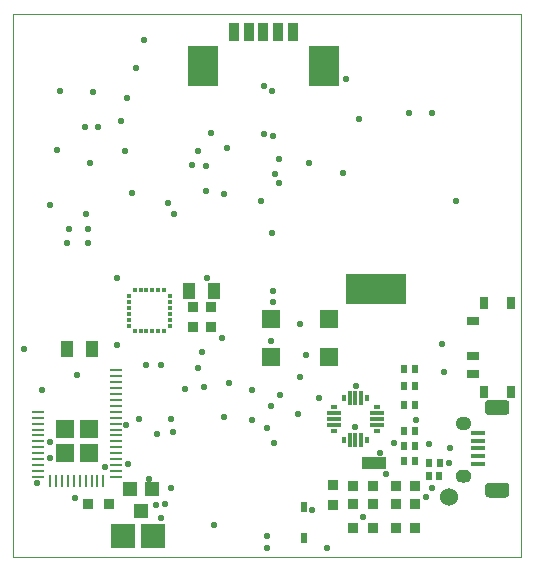
<source format=gbs>
G04 PROTEUS RS274X GERBER FILE*
%FSLAX24Y24*%
%MOIN*%
%ADD51C,0.0220*%
%ADD52C,0.0600*%
%ADD35R,0.0472X0.0157*%
%ADD18C,0.0012*%
%ADD30R,0.0118X0.0216*%
%ADD66R,0.0138X0.0492*%
%ADD32R,0.0216X0.0118*%
%ADD63R,0.0492X0.0138*%
%ADD36R,0.0200X0.0300*%
%ADD68R,0.0416X0.0396*%
%ADD57R,0.0370X0.0370*%
%ADD38R,0.0350X0.0370*%
%ADD39R,0.0393X0.0100*%
%ADD40R,0.0100X0.0393*%
%ADD41R,0.0590X0.0590*%
%ADD65R,0.0820X0.0820*%
%ADD60R,0.0450X0.0500*%
%ADD42R,0.0200X0.0330*%
%ADD69R,0.0338X0.0649*%
%ADD74R,0.0987X0.1381*%
%ADD45R,0.0118X0.0177*%
%ADD46R,0.0177X0.0118*%
%ADD55R,0.0420X0.0520*%
%ADD47R,0.0433X0.0275*%
%ADD48R,0.0314X0.0393*%
%ADD67R,0.1000X0.1000*%
%ADD33C,0.0020*%
G54D51*
X-4483Y+3092D03*
X-6045Y+2377D03*
X+3188Y-7716D03*
X-6316Y-2994D03*
X-5914Y+4069D03*
X-3384Y-7272D03*
X-4021Y-2666D03*
X+6306Y+2803D03*
X+5500Y-6750D03*
X-2500Y+4000D03*
X+0Y-8750D03*
X+4750Y+5750D03*
X-5000Y-2000D03*
X-7500Y-3500D03*
X-1750Y-8000D03*
X+2000Y-8750D03*
X+4250Y-5250D03*
X+2952Y-4724D03*
X+1317Y-2323D03*
X+2958Y-3363D03*
X+3058Y+5537D03*
X-4881Y+5472D03*
X+1500Y-7500D03*
X-500Y-4500D03*
X-500Y-3500D03*
X+186Y-563D03*
X-6063Y+5282D03*
X-189Y+2826D03*
X-5625Y+5276D03*
X+190Y-180D03*
X+155Y+1756D03*
X+6072Y-5903D03*
X+4976Y-4495D03*
X+1750Y-3750D03*
X+0Y-4750D03*
X+0Y-8346D03*
X-1854Y+5081D03*
X-1338Y+4566D03*
X-2023Y+3993D03*
X-2023Y+3143D03*
X-7217Y+2689D03*
X-4723Y+4486D03*
X+1051Y-4289D03*
X+5293Y-7047D03*
X-2284Y+4489D03*
X+5393Y-5275D03*
X+3976Y-6299D03*
X-1500Y-1750D03*
X-4648Y+6259D03*
X+2640Y+6890D03*
G54D52*
X+6062Y-7047D03*
G54D51*
X+6102Y-5429D03*
X+5905Y-2893D03*
X-3298Y+2762D03*
X-5000Y+250D03*
X-7654Y-6596D03*
X-7000Y+4500D03*
X-3688Y-7326D03*
X-3539Y-7751D03*
X-107Y+6662D03*
X-107Y+5042D03*
X+2525Y+3736D03*
X+275Y+3720D03*
X+393Y+3428D03*
X+172Y+6483D03*
X+215Y+4984D03*
X+1399Y+4078D03*
X+397Y+4213D03*
X-2719Y-3443D03*
X-7244Y-5767D03*
X-8100Y-2112D03*
X-1434Y+3043D03*
X-5958Y+1412D03*
X-6653Y+1417D03*
X-4094Y+8188D03*
X-3101Y+2376D03*
X-5958Y+1892D03*
X-6614Y+1889D03*
X-4366Y+7263D03*
X-5787Y+6437D03*
X-6896Y+6494D03*
X-5403Y-6039D03*
X-4627Y-5937D03*
X-4682Y-4655D03*
X-3660Y-4950D03*
X-3543Y-2637D03*
X-2085Y-3386D03*
X-3188Y-4468D03*
X-4251Y-4468D03*
X-2000Y+250D03*
X-1250Y-3250D03*
X+250Y-5250D03*
X+1110Y-1300D03*
X+151Y-1837D03*
X+5825Y-1954D03*
X-3942Y-6439D03*
X-7243Y-5207D03*
X-3130Y-4900D03*
X-1440Y-4390D03*
X+127Y-4022D03*
X+430Y-3660D03*
X+1092Y-3036D03*
X+3764Y-5599D03*
X-2178Y-2210D03*
X-2283Y-2736D03*
X-3189Y-6742D03*
X-6382Y-7088D03*
X+5500Y+5750D03*
G54D35*
X+7052Y-5941D03*
X+7052Y-5685D03*
X+7052Y-5429D03*
X+7052Y-5174D03*
X+7052Y-4918D03*
G54D18*
X+6496Y-6538D02*
X+6574Y-6538D01*
X+6613Y-6534D01*
X+6649Y-6523D01*
X+6682Y-6506D01*
X+6710Y-6483D01*
X+6733Y-6455D01*
X+6750Y-6423D01*
X+6761Y-6387D01*
X+6765Y-6347D01*
X+6765Y-6329D01*
X+6761Y-6289D01*
X+6750Y-6253D01*
X+6733Y-6221D01*
X+6710Y-6193D01*
X+6682Y-6170D01*
X+6649Y-6153D01*
X+6613Y-6142D01*
X+6574Y-6138D01*
X+6496Y-6138D01*
X+6457Y-6142D01*
X+6421Y-6153D01*
X+6388Y-6170D01*
X+6360Y-6193D01*
X+6337Y-6221D01*
X+6320Y-6253D01*
X+6309Y-6289D01*
X+6305Y-6329D01*
X+6305Y-6347D01*
X+6309Y-6387D01*
X+6320Y-6423D01*
X+6337Y-6455D01*
X+6360Y-6483D01*
X+6388Y-6506D01*
X+6421Y-6523D01*
X+6457Y-6534D01*
X+6496Y-6538D01*
X+6574Y-6538D01*
X+6450Y-6532D02*
X+6619Y-6532D01*
X+6430Y-6526D02*
X+6639Y-6526D01*
X+6415Y-6520D02*
X+6654Y-6520D01*
X+6403Y-6514D02*
X+6666Y-6514D01*
X+6391Y-6508D02*
X+6678Y-6508D01*
X+6383Y-6502D02*
X+6686Y-6502D01*
X+6375Y-6496D02*
X+6694Y-6496D01*
X+6368Y-6490D02*
X+6701Y-6490D01*
X+6361Y-6484D02*
X+6708Y-6484D01*
X+6355Y-6478D02*
X+6714Y-6478D01*
X+6350Y-6472D02*
X+6719Y-6472D01*
X+6346Y-6466D02*
X+6723Y-6466D01*
X+6341Y-6460D02*
X+6728Y-6460D01*
X+6336Y-6454D02*
X+6733Y-6454D01*
X+6333Y-6448D02*
X+6736Y-6448D01*
X+6330Y-6442D02*
X+6739Y-6442D01*
X+6326Y-6436D02*
X+6743Y-6436D01*
X+6323Y-6430D02*
X+6746Y-6430D01*
X+6320Y-6424D02*
X+6749Y-6424D01*
X+6318Y-6418D02*
X+6751Y-6418D01*
X+6316Y-6412D02*
X+6753Y-6412D01*
X+6314Y-6406D02*
X+6755Y-6406D01*
X+6312Y-6400D02*
X+6757Y-6400D01*
X+6311Y-6394D02*
X+6758Y-6394D01*
X+6309Y-6388D02*
X+6760Y-6388D01*
X+6308Y-6382D02*
X+6761Y-6382D01*
X+6307Y-6376D02*
X+6762Y-6376D01*
X+6307Y-6370D02*
X+6762Y-6370D01*
X+6306Y-6364D02*
X+6763Y-6364D01*
X+6306Y-6358D02*
X+6763Y-6358D01*
X+6305Y-6352D02*
X+6764Y-6352D01*
X+6305Y-6346D02*
X+6765Y-6346D01*
X+6305Y-6340D02*
X+6765Y-6340D01*
X+6305Y-6334D02*
X+6765Y-6334D01*
X+6305Y-6328D02*
X+6764Y-6328D01*
X+6305Y-6322D02*
X+6764Y-6322D01*
X+6306Y-6316D02*
X+6763Y-6316D01*
X+6306Y-6310D02*
X+6763Y-6310D01*
X+6307Y-6304D02*
X+6762Y-6304D01*
X+6308Y-6298D02*
X+6761Y-6298D01*
X+6308Y-6292D02*
X+6761Y-6292D01*
X+6309Y-6286D02*
X+6760Y-6286D01*
X+6311Y-6280D02*
X+6758Y-6280D01*
X+6313Y-6274D02*
X+6756Y-6274D01*
X+6315Y-6268D02*
X+6754Y-6268D01*
X+6317Y-6262D02*
X+6752Y-6262D01*
X+6319Y-6256D02*
X+6750Y-6256D01*
X+6321Y-6250D02*
X+6748Y-6250D01*
X+6324Y-6244D02*
X+6745Y-6244D01*
X+6327Y-6238D02*
X+6742Y-6238D01*
X+6331Y-6232D02*
X+6738Y-6232D01*
X+6334Y-6226D02*
X+6735Y-6226D01*
X+6337Y-6220D02*
X+6732Y-6220D01*
X+6342Y-6214D02*
X+6727Y-6214D01*
X+6347Y-6208D02*
X+6722Y-6208D01*
X+6352Y-6202D02*
X+6717Y-6202D01*
X+6357Y-6196D02*
X+6712Y-6196D01*
X+6363Y-6190D02*
X+6706Y-6190D01*
X+6370Y-6184D02*
X+6699Y-6184D01*
X+6378Y-6178D02*
X+6691Y-6178D01*
X+6385Y-6172D02*
X+6684Y-6172D01*
X+6395Y-6166D02*
X+6674Y-6166D01*
X+6407Y-6160D02*
X+6662Y-6160D01*
X+6419Y-6154D02*
X+6650Y-6154D01*
X+6437Y-6148D02*
X+6632Y-6148D01*
X+6457Y-6142D02*
X+6613Y-6142D01*
X+6496Y-6138D02*
X+6574Y-6138D01*
X+6496Y-4786D02*
X+6574Y-4786D01*
X+6613Y-4782D01*
X+6649Y-4771D01*
X+6682Y-4754D01*
X+6710Y-4731D01*
X+6733Y-4703D01*
X+6750Y-4671D01*
X+6761Y-4635D01*
X+6765Y-4595D01*
X+6765Y-4577D01*
X+6761Y-4537D01*
X+6750Y-4501D01*
X+6733Y-4469D01*
X+6710Y-4441D01*
X+6682Y-4418D01*
X+6649Y-4401D01*
X+6613Y-4390D01*
X+6574Y-4386D01*
X+6496Y-4386D01*
X+6457Y-4390D01*
X+6421Y-4401D01*
X+6388Y-4418D01*
X+6360Y-4441D01*
X+6337Y-4469D01*
X+6320Y-4501D01*
X+6309Y-4537D01*
X+6305Y-4577D01*
X+6305Y-4595D01*
X+6309Y-4635D01*
X+6320Y-4671D01*
X+6337Y-4703D01*
X+6360Y-4731D01*
X+6388Y-4754D01*
X+6421Y-4771D01*
X+6457Y-4782D01*
X+6496Y-4786D01*
X+6574Y-4786D01*
X+6450Y-4780D02*
X+6619Y-4780D01*
X+6430Y-4774D02*
X+6639Y-4774D01*
X+6415Y-4768D02*
X+6654Y-4768D01*
X+6403Y-4762D02*
X+6666Y-4762D01*
X+6391Y-4756D02*
X+6678Y-4756D01*
X+6383Y-4750D02*
X+6686Y-4750D01*
X+6375Y-4744D02*
X+6694Y-4744D01*
X+6368Y-4738D02*
X+6701Y-4738D01*
X+6361Y-4732D02*
X+6708Y-4732D01*
X+6355Y-4726D02*
X+6714Y-4726D01*
X+6350Y-4720D02*
X+6719Y-4720D01*
X+6346Y-4714D02*
X+6723Y-4714D01*
X+6341Y-4708D02*
X+6728Y-4708D01*
X+6336Y-4702D02*
X+6733Y-4702D01*
X+6333Y-4696D02*
X+6736Y-4696D01*
X+6330Y-4690D02*
X+6739Y-4690D01*
X+6326Y-4684D02*
X+6743Y-4684D01*
X+6323Y-4678D02*
X+6746Y-4678D01*
X+6320Y-4672D02*
X+6749Y-4672D01*
X+6318Y-4666D02*
X+6751Y-4666D01*
X+6316Y-4660D02*
X+6753Y-4660D01*
X+6314Y-4654D02*
X+6755Y-4654D01*
X+6312Y-4648D02*
X+6757Y-4648D01*
X+6311Y-4642D02*
X+6758Y-4642D01*
X+6309Y-4636D02*
X+6760Y-4636D01*
X+6308Y-4630D02*
X+6761Y-4630D01*
X+6307Y-4624D02*
X+6762Y-4624D01*
X+6307Y-4618D02*
X+6762Y-4618D01*
X+6306Y-4612D02*
X+6763Y-4612D01*
X+6306Y-4606D02*
X+6763Y-4606D01*
X+6305Y-4600D02*
X+6764Y-4600D01*
X+6305Y-4594D02*
X+6765Y-4594D01*
X+6305Y-4588D02*
X+6765Y-4588D01*
X+6305Y-4582D02*
X+6765Y-4582D01*
X+6305Y-4576D02*
X+6764Y-4576D01*
X+6305Y-4570D02*
X+6764Y-4570D01*
X+6306Y-4564D02*
X+6763Y-4564D01*
X+6306Y-4558D02*
X+6763Y-4558D01*
X+6307Y-4552D02*
X+6762Y-4552D01*
X+6308Y-4546D02*
X+6761Y-4546D01*
X+6308Y-4540D02*
X+6761Y-4540D01*
X+6309Y-4534D02*
X+6760Y-4534D01*
X+6311Y-4528D02*
X+6758Y-4528D01*
X+6313Y-4522D02*
X+6756Y-4522D01*
X+6315Y-4516D02*
X+6754Y-4516D01*
X+6317Y-4510D02*
X+6752Y-4510D01*
X+6319Y-4504D02*
X+6750Y-4504D01*
X+6321Y-4498D02*
X+6748Y-4498D01*
X+6324Y-4492D02*
X+6745Y-4492D01*
X+6327Y-4486D02*
X+6742Y-4486D01*
X+6331Y-4480D02*
X+6738Y-4480D01*
X+6334Y-4474D02*
X+6735Y-4474D01*
X+6337Y-4468D02*
X+6732Y-4468D01*
X+6342Y-4462D02*
X+6727Y-4462D01*
X+6347Y-4456D02*
X+6722Y-4456D01*
X+6352Y-4450D02*
X+6717Y-4450D01*
X+6357Y-4444D02*
X+6712Y-4444D01*
X+6363Y-4438D02*
X+6706Y-4438D01*
X+6370Y-4432D02*
X+6699Y-4432D01*
X+6378Y-4426D02*
X+6691Y-4426D01*
X+6385Y-4420D02*
X+6684Y-4420D01*
X+6395Y-4414D02*
X+6674Y-4414D01*
X+6407Y-4408D02*
X+6662Y-4408D01*
X+6419Y-4402D02*
X+6650Y-4402D01*
X+6437Y-4396D02*
X+6632Y-4396D01*
X+6457Y-4390D02*
X+6613Y-4390D01*
X+6496Y-4386D02*
X+6574Y-4386D01*
X+7390Y-7037D02*
X+7936Y-7037D01*
X+7960Y-7034D01*
X+7981Y-7027D01*
X+8001Y-7018D01*
X+8018Y-7004D01*
X+8031Y-6987D01*
X+8041Y-6968D01*
X+8048Y-6946D01*
X+8050Y-6923D01*
X+8050Y-6691D01*
X+8048Y-6668D01*
X+8041Y-6646D01*
X+8031Y-6627D01*
X+8018Y-6610D01*
X+8001Y-6596D01*
X+7981Y-6587D01*
X+7960Y-6580D01*
X+7936Y-6577D01*
X+7390Y-6577D01*
X+7366Y-6580D01*
X+7345Y-6587D01*
X+7325Y-6596D01*
X+7308Y-6610D01*
X+7295Y-6627D01*
X+7285Y-6646D01*
X+7278Y-6668D01*
X+7276Y-6691D01*
X+7276Y-6923D01*
X+7278Y-6946D01*
X+7285Y-6968D01*
X+7295Y-6987D01*
X+7308Y-7004D01*
X+7325Y-7018D01*
X+7345Y-7027D01*
X+7366Y-7034D01*
X+7390Y-7037D01*
X+7936Y-7037D01*
X+7357Y-7031D02*
X+7969Y-7031D01*
X+7340Y-7025D02*
X+7985Y-7025D01*
X+7327Y-7019D02*
X+7998Y-7019D01*
X+7318Y-7013D02*
X+8007Y-7013D01*
X+7311Y-7007D02*
X+8014Y-7007D01*
X+7305Y-7001D02*
X+8020Y-7001D01*
X+7301Y-6995D02*
X+8024Y-6995D01*
X+7296Y-6989D02*
X+8029Y-6989D01*
X+7292Y-6983D02*
X+8033Y-6983D01*
X+7289Y-6977D02*
X+8036Y-6977D01*
X+7286Y-6971D02*
X+8039Y-6971D01*
X+7284Y-6965D02*
X+8041Y-6965D01*
X+7282Y-6959D02*
X+8043Y-6959D01*
X+7280Y-6953D02*
X+8045Y-6953D01*
X+7278Y-6947D02*
X+8047Y-6947D01*
X+7277Y-6941D02*
X+8048Y-6941D01*
X+7277Y-6935D02*
X+8048Y-6935D01*
X+7276Y-6929D02*
X+8049Y-6929D01*
X+7276Y-6923D02*
X+8050Y-6923D01*
X+7276Y-6917D02*
X+8050Y-6917D01*
X+7276Y-6911D02*
X+8050Y-6911D01*
X+7276Y-6905D02*
X+8050Y-6905D01*
X+7276Y-6899D02*
X+8050Y-6899D01*
X+7276Y-6893D02*
X+8050Y-6893D01*
X+7276Y-6887D02*
X+8050Y-6887D01*
X+7276Y-6881D02*
X+8050Y-6881D01*
X+7276Y-6875D02*
X+8050Y-6875D01*
X+7276Y-6869D02*
X+8050Y-6869D01*
X+7276Y-6863D02*
X+8050Y-6863D01*
X+7276Y-6857D02*
X+8050Y-6857D01*
X+7276Y-6851D02*
X+8050Y-6851D01*
X+7276Y-6845D02*
X+8050Y-6845D01*
X+7276Y-6839D02*
X+8050Y-6839D01*
X+7276Y-6833D02*
X+8050Y-6833D01*
X+7276Y-6827D02*
X+8050Y-6827D01*
X+7276Y-6821D02*
X+8050Y-6821D01*
X+7276Y-6815D02*
X+8050Y-6815D01*
X+7276Y-6809D02*
X+8050Y-6809D01*
X+7276Y-6803D02*
X+8050Y-6803D01*
X+7276Y-6797D02*
X+8050Y-6797D01*
X+7276Y-6791D02*
X+8050Y-6791D01*
X+7276Y-6785D02*
X+8050Y-6785D01*
X+7276Y-6779D02*
X+8050Y-6779D01*
X+7276Y-6773D02*
X+8050Y-6773D01*
X+7276Y-6767D02*
X+8050Y-6767D01*
X+7276Y-6761D02*
X+8050Y-6761D01*
X+7276Y-6755D02*
X+8050Y-6755D01*
X+7276Y-6749D02*
X+8050Y-6749D01*
X+7276Y-6743D02*
X+8050Y-6743D01*
X+7276Y-6737D02*
X+8050Y-6737D01*
X+7276Y-6731D02*
X+8050Y-6731D01*
X+7276Y-6725D02*
X+8050Y-6725D01*
X+7276Y-6719D02*
X+8050Y-6719D01*
X+7276Y-6713D02*
X+8050Y-6713D01*
X+7276Y-6707D02*
X+8050Y-6707D01*
X+7276Y-6701D02*
X+8050Y-6701D01*
X+7276Y-6695D02*
X+8050Y-6695D01*
X+7276Y-6689D02*
X+8049Y-6689D01*
X+7276Y-6683D02*
X+8049Y-6683D01*
X+7277Y-6677D02*
X+8048Y-6677D01*
X+7277Y-6671D02*
X+8048Y-6671D01*
X+7278Y-6665D02*
X+8047Y-6665D01*
X+7280Y-6659D02*
X+8045Y-6659D01*
X+7282Y-6653D02*
X+8043Y-6653D01*
X+7284Y-6647D02*
X+8041Y-6647D01*
X+7287Y-6641D02*
X+8038Y-6641D01*
X+7290Y-6635D02*
X+8035Y-6635D01*
X+7293Y-6629D02*
X+8032Y-6629D01*
X+7298Y-6623D02*
X+8027Y-6623D01*
X+7302Y-6617D02*
X+8023Y-6617D01*
X+7307Y-6611D02*
X+8018Y-6611D01*
X+7314Y-6605D02*
X+8011Y-6605D01*
X+7321Y-6599D02*
X+8004Y-6599D01*
X+7331Y-6593D02*
X+7994Y-6593D01*
X+7345Y-6587D02*
X+7981Y-6587D01*
X+7363Y-6581D02*
X+7963Y-6581D01*
X+7390Y-6577D02*
X+7936Y-6577D01*
X+7390Y-4281D02*
X+7936Y-4281D01*
X+7960Y-4278D01*
X+7981Y-4271D01*
X+8001Y-4262D01*
X+8018Y-4248D01*
X+8031Y-4231D01*
X+8041Y-4212D01*
X+8048Y-4190D01*
X+8050Y-4167D01*
X+8050Y-3935D01*
X+8048Y-3912D01*
X+8041Y-3890D01*
X+8031Y-3871D01*
X+8018Y-3854D01*
X+8001Y-3840D01*
X+7981Y-3831D01*
X+7960Y-3824D01*
X+7936Y-3821D01*
X+7390Y-3821D01*
X+7366Y-3824D01*
X+7345Y-3831D01*
X+7325Y-3840D01*
X+7308Y-3854D01*
X+7295Y-3871D01*
X+7285Y-3890D01*
X+7278Y-3912D01*
X+7276Y-3935D01*
X+7276Y-4167D01*
X+7278Y-4190D01*
X+7285Y-4212D01*
X+7295Y-4231D01*
X+7308Y-4248D01*
X+7325Y-4262D01*
X+7345Y-4271D01*
X+7366Y-4278D01*
X+7390Y-4281D01*
X+7936Y-4281D01*
X+7357Y-4275D02*
X+7969Y-4275D01*
X+7340Y-4269D02*
X+7985Y-4269D01*
X+7327Y-4263D02*
X+7998Y-4263D01*
X+7318Y-4257D02*
X+8007Y-4257D01*
X+7311Y-4251D02*
X+8014Y-4251D01*
X+7305Y-4245D02*
X+8020Y-4245D01*
X+7301Y-4239D02*
X+8024Y-4239D01*
X+7296Y-4233D02*
X+8029Y-4233D01*
X+7292Y-4227D02*
X+8033Y-4227D01*
X+7289Y-4221D02*
X+8036Y-4221D01*
X+7286Y-4215D02*
X+8039Y-4215D01*
X+7284Y-4209D02*
X+8041Y-4209D01*
X+7282Y-4203D02*
X+8043Y-4203D01*
X+7280Y-4197D02*
X+8045Y-4197D01*
X+7278Y-4191D02*
X+8047Y-4191D01*
X+7277Y-4185D02*
X+8048Y-4185D01*
X+7277Y-4179D02*
X+8048Y-4179D01*
X+7276Y-4173D02*
X+8049Y-4173D01*
X+7276Y-4167D02*
X+8050Y-4167D01*
X+7276Y-4161D02*
X+8050Y-4161D01*
X+7276Y-4155D02*
X+8050Y-4155D01*
X+7276Y-4149D02*
X+8050Y-4149D01*
X+7276Y-4143D02*
X+8050Y-4143D01*
X+7276Y-4137D02*
X+8050Y-4137D01*
X+7276Y-4131D02*
X+8050Y-4131D01*
X+7276Y-4125D02*
X+8050Y-4125D01*
X+7276Y-4119D02*
X+8050Y-4119D01*
X+7276Y-4113D02*
X+8050Y-4113D01*
X+7276Y-4107D02*
X+8050Y-4107D01*
X+7276Y-4101D02*
X+8050Y-4101D01*
X+7276Y-4095D02*
X+8050Y-4095D01*
X+7276Y-4089D02*
X+8050Y-4089D01*
X+7276Y-4083D02*
X+8050Y-4083D01*
X+7276Y-4077D02*
X+8050Y-4077D01*
X+7276Y-4071D02*
X+8050Y-4071D01*
X+7276Y-4065D02*
X+8050Y-4065D01*
X+7276Y-4059D02*
X+8050Y-4059D01*
X+7276Y-4053D02*
X+8050Y-4053D01*
X+7276Y-4047D02*
X+8050Y-4047D01*
X+7276Y-4041D02*
X+8050Y-4041D01*
X+7276Y-4035D02*
X+8050Y-4035D01*
X+7276Y-4029D02*
X+8050Y-4029D01*
X+7276Y-4023D02*
X+8050Y-4023D01*
X+7276Y-4017D02*
X+8050Y-4017D01*
X+7276Y-4011D02*
X+8050Y-4011D01*
X+7276Y-4005D02*
X+8050Y-4005D01*
X+7276Y-3999D02*
X+8050Y-3999D01*
X+7276Y-3993D02*
X+8050Y-3993D01*
X+7276Y-3987D02*
X+8050Y-3987D01*
X+7276Y-3981D02*
X+8050Y-3981D01*
X+7276Y-3975D02*
X+8050Y-3975D01*
X+7276Y-3969D02*
X+8050Y-3969D01*
X+7276Y-3963D02*
X+8050Y-3963D01*
X+7276Y-3957D02*
X+8050Y-3957D01*
X+7276Y-3951D02*
X+8050Y-3951D01*
X+7276Y-3945D02*
X+8050Y-3945D01*
X+7276Y-3939D02*
X+8050Y-3939D01*
X+7276Y-3933D02*
X+8049Y-3933D01*
X+7276Y-3927D02*
X+8049Y-3927D01*
X+7277Y-3921D02*
X+8048Y-3921D01*
X+7277Y-3915D02*
X+8048Y-3915D01*
X+7278Y-3909D02*
X+8047Y-3909D01*
X+7280Y-3903D02*
X+8045Y-3903D01*
X+7282Y-3897D02*
X+8043Y-3897D01*
X+7284Y-3891D02*
X+8041Y-3891D01*
X+7287Y-3885D02*
X+8038Y-3885D01*
X+7290Y-3879D02*
X+8035Y-3879D01*
X+7293Y-3873D02*
X+8032Y-3873D01*
X+7298Y-3867D02*
X+8027Y-3867D01*
X+7302Y-3861D02*
X+8023Y-3861D01*
X+7307Y-3855D02*
X+8018Y-3855D01*
X+7314Y-3849D02*
X+8011Y-3849D01*
X+7321Y-3843D02*
X+8004Y-3843D01*
X+7331Y-3837D02*
X+7994Y-3837D01*
X+7345Y-3831D02*
X+7981Y-3831D01*
X+7363Y-3825D02*
X+7963Y-3825D01*
X+7390Y-3821D02*
X+7936Y-3821D01*
G54D30*
X+2559Y-3740D03*
G54D66*
X+2755Y-3740D03*
X+2952Y-3740D03*
X+3149Y-3740D03*
G54D30*
X+3346Y-3740D03*
G54D32*
X+3661Y-4055D03*
G54D63*
X+3661Y-4251D03*
X+3661Y-4448D03*
X+3661Y-4645D03*
G54D32*
X+3661Y-4842D03*
G54D30*
X+3346Y-5157D03*
G54D66*
X+3149Y-5157D03*
X+2952Y-5157D03*
X+2755Y-5157D03*
G54D30*
X+2559Y-5157D03*
G54D32*
X+2244Y-4842D03*
G54D63*
X+2244Y-4645D03*
X+2244Y-4448D03*
X+2244Y-4251D03*
G54D32*
X+2244Y-4055D03*
G54D36*
X+4921Y-4842D03*
X+4561Y-4842D03*
X+4921Y-3976D03*
X+4561Y-3976D03*
X+4561Y-3346D03*
X+4921Y-3346D03*
X+4561Y-5354D03*
X+4921Y-5354D03*
X+4921Y-5866D03*
X+4561Y-5866D03*
X+4921Y-2795D03*
X+4561Y-2795D03*
G54D68*
X+3380Y-5905D03*
X+3754Y-5905D03*
G54D36*
X+5753Y-5905D03*
X+5393Y-5905D03*
X+5748Y-6338D03*
X+5388Y-6338D03*
G54D57*
X+2204Y-6653D03*
X+2204Y-7333D03*
X+3543Y-6692D03*
X+2863Y-6692D03*
X+3543Y-7283D03*
X+2863Y-7283D03*
G54D38*
X+4921Y-6692D03*
X+4291Y-6692D03*
X+4921Y-7283D03*
X+4291Y-7283D03*
X+4921Y-8070D03*
X+4291Y-8070D03*
G54D57*
X+3543Y-8070D03*
X+2863Y-8070D03*
G54D39*
X-5039Y-2834D03*
X-5039Y-3031D03*
X-5039Y-3228D03*
X-5039Y-3425D03*
X-5039Y-3622D03*
X-5039Y-3818D03*
X-5039Y-4015D03*
X-5039Y-4212D03*
X-5039Y-4409D03*
X-5039Y-4606D03*
X-5039Y-4803D03*
X-5039Y-5000D03*
X-5039Y-5196D03*
X-5039Y-5393D03*
X-5039Y-5590D03*
X-5039Y-5787D03*
X-5039Y-5984D03*
X-5039Y-6181D03*
X-5039Y-6377D03*
G54D40*
X-5452Y-6515D03*
X-5649Y-6515D03*
X-5846Y-6515D03*
X-6043Y-6515D03*
X-6240Y-6515D03*
X-6437Y-6515D03*
X-6633Y-6515D03*
X-6830Y-6515D03*
X-7027Y-6515D03*
X-7224Y-6515D03*
G54D39*
X-7641Y-6377D03*
X-7641Y-6181D03*
X-7641Y-5984D03*
X-7641Y-5787D03*
X-7641Y-5590D03*
X-7641Y-5393D03*
X-7641Y-5196D03*
X-7641Y-5000D03*
X-7641Y-4803D03*
X-7641Y-4606D03*
X-7641Y-4409D03*
X-7641Y-4212D03*
G54D41*
X-5944Y-4791D03*
X-5944Y-5578D03*
X-6732Y-5578D03*
X-6732Y-4791D03*
G54D65*
X-4803Y-8346D03*
X-3803Y-8346D03*
G54D60*
X-4188Y-7521D03*
X-4558Y-6771D03*
X-3818Y-6771D03*
G54D57*
X-5955Y-7283D03*
X-5275Y-7283D03*
G54D42*
X+1220Y-7401D03*
X+1220Y-8425D03*
G54D69*
X+866Y+8464D03*
X+374Y+8464D03*
X-118Y+8464D03*
X-610Y+8464D03*
X-1102Y+8464D03*
G54D74*
X+1889Y+7322D03*
X-2125Y+7322D03*
G54D45*
X-4409Y-157D03*
X-4212Y-157D03*
X-4015Y-157D03*
X-3818Y-157D03*
X-3622Y-157D03*
X-3425Y-157D03*
G54D46*
X-3228Y-354D03*
X-3228Y-551D03*
X-3228Y-748D03*
X-3228Y-944D03*
X-3228Y-1141D03*
X-3228Y-1338D03*
G54D45*
X-3425Y-1535D03*
X-3622Y-1535D03*
X-3818Y-1535D03*
X-4015Y-1535D03*
X-4212Y-1535D03*
X-4409Y-1535D03*
G54D46*
X-4606Y-1338D03*
X-4606Y-1141D03*
X-4606Y-944D03*
X-4606Y-748D03*
X-4606Y-551D03*
X-4606Y-354D03*
G54D57*
X-2480Y-708D03*
X-2480Y-1388D03*
X-1850Y-708D03*
X-1850Y-1388D03*
G54D55*
X-1758Y-196D03*
X-2598Y-196D03*
X-6664Y-2125D03*
X-5824Y-2125D03*
G54D41*
X+2059Y-1110D03*
X+2059Y-2370D03*
X+130Y-2370D03*
X+130Y-1110D03*
G54D47*
X+6870Y-1200D03*
X+6870Y-2362D03*
X+6870Y-2952D03*
G54D48*
X+7224Y-3543D03*
X+8129Y-3543D03*
X+8129Y-590D03*
X+7224Y-590D03*
G54D67*
X+4150Y-120D03*
X+3150Y-120D03*
G54D33*
X-8464Y-9055D02*
X+8464Y-9055D01*
X+8464Y+9055D01*
X-8464Y+9055D01*
X-8464Y-9055D01*
M00*

</source>
